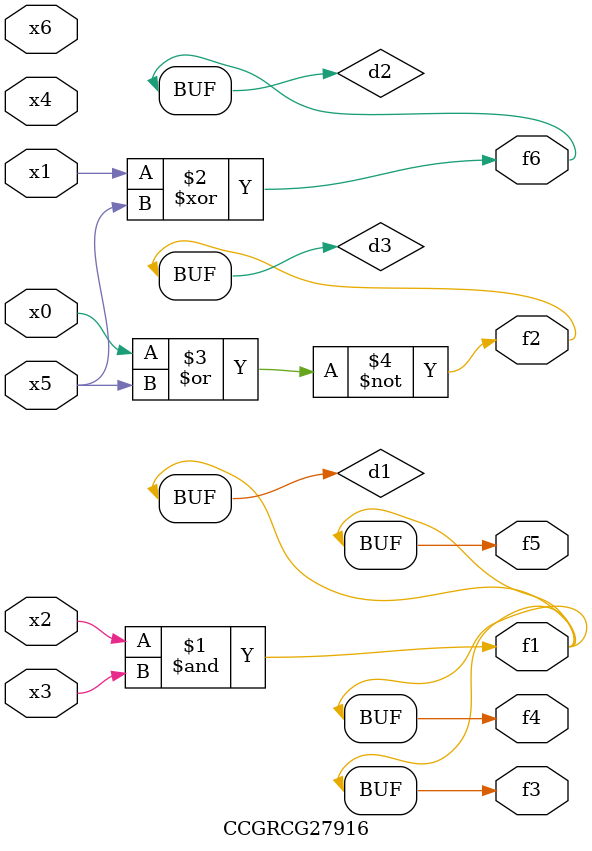
<source format=v>
module CCGRCG27916(
	input x0, x1, x2, x3, x4, x5, x6,
	output f1, f2, f3, f4, f5, f6
);

	wire d1, d2, d3;

	and (d1, x2, x3);
	xor (d2, x1, x5);
	nor (d3, x0, x5);
	assign f1 = d1;
	assign f2 = d3;
	assign f3 = d1;
	assign f4 = d1;
	assign f5 = d1;
	assign f6 = d2;
endmodule

</source>
